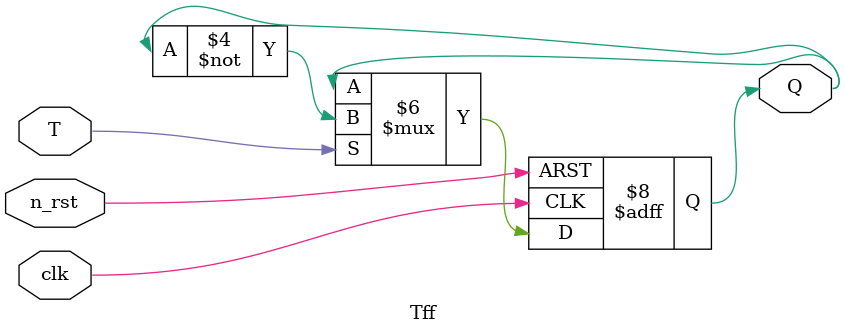
<source format=v>
module Tff (
    T,
    Q,
    //Q_1,
    clk,
    n_rst
);

  input T;
  input clk;
  input n_rst;
  //output Q_1;
  output Q;
  reg Q;
 // reg Q_1;

  always @ (posedge clk or negedge n_rst) 
  begin
    if (!n_rst) begin
      Q <= 1'b0;
    end 
    else begin
      if (T == 1'b0)
      Q <= Q;
      else
      Q <= ~Q;
    end
  end
  

  //assign Q_bar = ~Q;

endmodule
</source>
